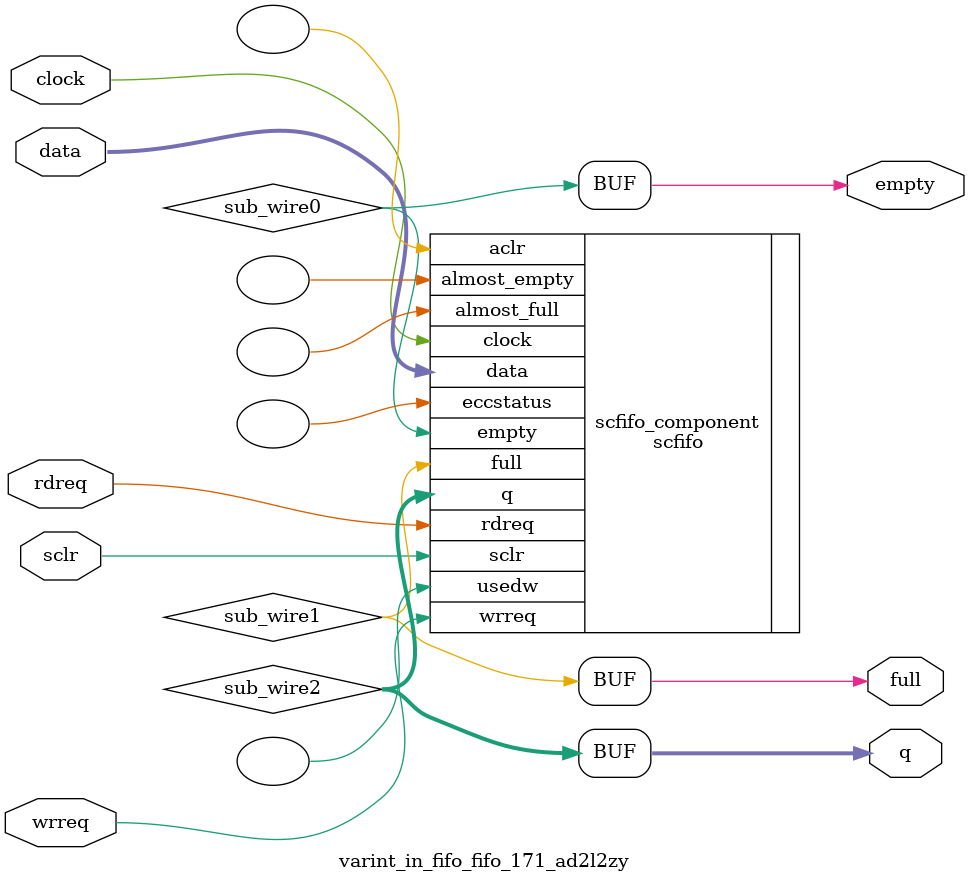
<source format=v>



`timescale 1 ps / 1 ps
// synopsys translate_on
module  varint_in_fifo_fifo_171_ad2l2zy  (
    clock,
    data,
    rdreq,
    sclr,
    wrreq,
    empty,
    full,
    q);

    input    clock;
    input  [31:0]  data;
    input    rdreq;
    input    sclr;
    input    wrreq;
    output   empty;
    output   full;
    output [31:0]  q;

    wire  sub_wire0;
    wire  sub_wire1;
    wire [31:0] sub_wire2;
    wire  empty = sub_wire0;
    wire  full = sub_wire1;
    wire [31:0] q = sub_wire2[31:0];

    scfifo  scfifo_component (
                .clock (clock),
                .data (data),
                .rdreq (rdreq),
                .sclr (sclr),
                .wrreq (wrreq),
                .empty (sub_wire0),
                .full (sub_wire1),
                .q (sub_wire2),
                .aclr (),
                .almost_empty (),
                .almost_full (),
                .eccstatus (),
                .usedw ());
    defparam
        scfifo_component.add_ram_output_register  = "ON",
        scfifo_component.enable_ecc  = "FALSE",
        scfifo_component.intended_device_family  = "Arria 10",
        scfifo_component.lpm_numwords  = 1024,
        scfifo_component.lpm_showahead  = "OFF",
        scfifo_component.lpm_type  = "scfifo",
        scfifo_component.lpm_width  = 32,
        scfifo_component.lpm_widthu  = 10,
        scfifo_component.overflow_checking  = "ON",
        scfifo_component.underflow_checking  = "ON",
        scfifo_component.use_eab  = "ON";


endmodule



</source>
